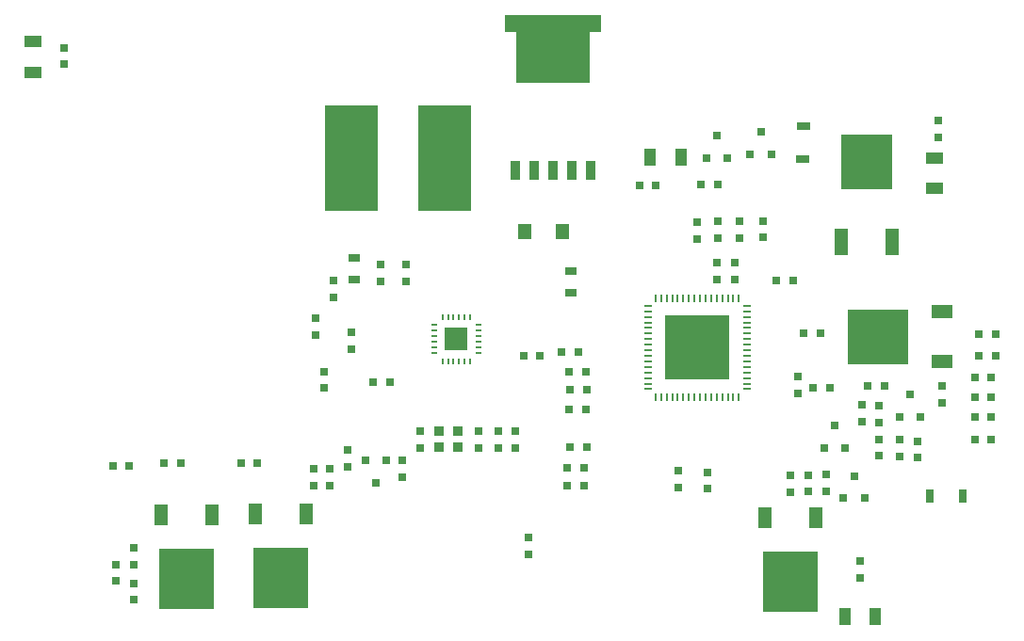
<source format=gtp>
G04 #@! TF.FileFunction,Paste,Top*
%FSLAX46Y46*%
G04 Gerber Fmt 4.6, Leading zero omitted, Abs format (unit mm)*
G04 Created by KiCad (PCBNEW 4.0.6-e0-6349~53~ubuntu16.04.1) date Sat May 20 22:39:52 2017*
%MOMM*%
%LPD*%
G01*
G04 APERTURE LIST*
%ADD10C,0.150000*%
%ADD11R,0.800608X0.719328*%
%ADD12R,0.719328X0.800608*%
%ADD13R,1.117600X0.711200*%
%ADD14R,4.800000X9.600000*%
%ADD15R,1.999488X1.999488*%
%ADD16O,0.199136X0.640080*%
%ADD17O,0.640080X0.199136*%
%ADD18R,0.200000X0.680000*%
%ADD19R,0.680000X0.200000*%
%ADD20R,5.720000X5.720000*%
%ADD21R,8.640000X1.528000*%
%ADD22R,0.856000X1.728000*%
%ADD23R,6.664000X5.592000*%
%ADD24R,0.960000X0.880000*%
%ADD25R,0.800000X0.640000*%
%ADD26R,1.200912X0.800608*%
%ADD27R,1.239520X0.800608*%
%ADD28R,1.216000X1.344000*%
%ADD29R,0.800608X1.200912*%
%ADD30R,0.800608X1.239520*%
%ADD31R,1.000000X1.600000*%
%ADD32R,1.600000X1.000000*%
%ADD33R,0.800000X0.720000*%
%ADD34R,0.720000X0.800000*%
%ADD35R,1.200000X1.840000*%
%ADD36R,4.984000X5.392000*%
%ADD37R,1.280000X2.400000*%
%ADD38R,4.640000X4.960000*%
%ADD39R,1.840000X1.200000*%
%ADD40R,5.392000X4.984000*%
%ADD41R,0.640080X0.640080*%
G04 APERTURE END LIST*
D10*
D11*
X132300000Y-99251840D03*
X132300000Y-97748160D03*
X130800000Y-99201840D03*
X130800000Y-97698160D03*
X129000000Y-99201840D03*
X129000000Y-97698160D03*
X123750000Y-99201840D03*
X123750000Y-97698160D03*
X122500000Y-82748160D03*
X122500000Y-84251840D03*
X133500000Y-107268160D03*
X133500000Y-108771840D03*
X149550000Y-101398160D03*
X149550000Y-102901840D03*
X157750000Y-92798160D03*
X157750000Y-94301840D03*
D12*
X136448160Y-90600000D03*
X137951840Y-90600000D03*
X159751840Y-88900000D03*
X158248160Y-88900000D03*
D13*
X137300000Y-85252500D03*
X137300000Y-83347500D03*
D11*
X120200000Y-82748160D03*
X120200000Y-84251840D03*
D12*
X134551840Y-90900000D03*
X133048160Y-90900000D03*
D11*
X152000000Y-82548160D03*
X152000000Y-84051840D03*
X148675000Y-78948160D03*
X148675000Y-80451840D03*
X154600000Y-80301840D03*
X154600000Y-78798160D03*
X150400000Y-82548160D03*
X150400000Y-84051840D03*
D13*
X117800000Y-82147500D03*
X117800000Y-84052500D03*
D14*
X125950000Y-73150000D03*
X117550000Y-73150000D03*
D15*
X127010000Y-89430000D03*
D16*
X125760320Y-91428980D03*
X126260700Y-91428980D03*
X126761080Y-91428980D03*
X127258920Y-91428980D03*
X127759300Y-91428980D03*
X128259680Y-91428980D03*
D17*
X129008980Y-90679680D03*
X129008980Y-90179300D03*
X129008980Y-89678920D03*
X129008980Y-89181080D03*
X129008980Y-88680700D03*
X129008980Y-88180320D03*
D16*
X128259680Y-87431020D03*
X127759300Y-87431020D03*
X127258920Y-87431020D03*
X126761080Y-87431020D03*
X126260700Y-87431020D03*
X125760320Y-87431020D03*
D17*
X125011020Y-88180320D03*
X125011020Y-88680700D03*
X125011020Y-89181080D03*
X125011020Y-89678920D03*
X125011020Y-90179300D03*
X125011020Y-90679680D03*
D18*
X151910000Y-94640000D03*
X152410000Y-94640000D03*
X148910000Y-94640000D03*
X149410000Y-94640000D03*
X150410000Y-94640000D03*
X149910000Y-94640000D03*
X151410000Y-94640000D03*
X150910000Y-94640000D03*
X146910000Y-94640000D03*
X147410000Y-94640000D03*
X148410000Y-94640000D03*
X147910000Y-94640000D03*
X145910000Y-94640000D03*
X146410000Y-94640000D03*
X145410000Y-94640000D03*
X144910000Y-94640000D03*
D19*
X144210000Y-93940000D03*
X144210000Y-93440000D03*
X144210000Y-92440000D03*
X144210000Y-92940000D03*
X144210000Y-90940000D03*
X144210000Y-90440000D03*
X144210000Y-91440000D03*
X144210000Y-91940000D03*
X144210000Y-87940000D03*
X144210000Y-87440000D03*
X144210000Y-88940000D03*
X144210000Y-88440000D03*
X144210000Y-89440000D03*
X144210000Y-89940000D03*
X144210000Y-86440000D03*
X144210000Y-86940000D03*
D18*
X144910000Y-85740000D03*
X145410000Y-85740000D03*
X146410000Y-85740000D03*
X145910000Y-85740000D03*
X147910000Y-85740000D03*
X148410000Y-85740000D03*
X147410000Y-85740000D03*
X146910000Y-85740000D03*
X150910000Y-85740000D03*
X151410000Y-85740000D03*
X149910000Y-85740000D03*
X150410000Y-85740000D03*
X149410000Y-85740000D03*
X148910000Y-85740000D03*
X152410000Y-85740000D03*
X151910000Y-85740000D03*
D19*
X153110000Y-86940000D03*
X153110000Y-86440000D03*
X153110000Y-89940000D03*
X153110000Y-89440000D03*
X153110000Y-88440000D03*
X153110000Y-88920000D03*
X153110000Y-87440000D03*
X153110000Y-87940000D03*
X153110000Y-91940000D03*
X153110000Y-91440000D03*
X153110000Y-90440000D03*
X153110000Y-90940000D03*
X153110000Y-92940000D03*
X153110000Y-92440000D03*
X153110000Y-93440000D03*
X153110000Y-93940000D03*
D20*
X148660000Y-90190000D03*
D21*
X135700000Y-61050000D03*
D22*
X137400000Y-74260000D03*
X139100000Y-74260000D03*
X135700000Y-74260000D03*
X134000000Y-74260000D03*
X132300000Y-74260000D03*
D23*
X135700000Y-63585000D03*
X135700000Y-63585000D03*
D21*
X135700000Y-61050000D03*
D24*
X127150000Y-97750000D03*
X125450000Y-97750000D03*
X127150000Y-99150000D03*
X125450000Y-99150000D03*
D25*
X150500000Y-80350000D03*
X152500000Y-80350000D03*
X150500000Y-78850000D03*
X152500000Y-78850000D03*
D26*
X158185240Y-70286960D03*
D27*
X158175080Y-73213040D03*
D28*
X133130000Y-79770000D03*
X136530000Y-79770000D03*
D29*
X169586960Y-103554760D03*
D30*
X172513040Y-103564920D03*
D31*
X144425000Y-73050000D03*
X147175000Y-73050000D03*
D32*
X88990000Y-65445000D03*
X88990000Y-62695000D03*
X170000000Y-73125000D03*
X170000000Y-75875000D03*
D31*
X161935000Y-114420000D03*
X164685000Y-114420000D03*
D11*
X117260000Y-99448160D03*
D33*
X117260000Y-100951840D03*
D11*
X97980000Y-112901840D03*
D33*
X97980000Y-111398160D03*
D11*
X158620000Y-101658160D03*
D33*
X158620000Y-103161840D03*
D11*
X168470000Y-100111840D03*
D33*
X168470000Y-98608160D03*
D12*
X173598160Y-98450000D03*
D34*
X175101840Y-98450000D03*
D12*
X173968160Y-90980000D03*
D34*
X175471840Y-90980000D03*
D35*
X159300000Y-105470000D03*
X154740000Y-105470000D03*
D36*
X157020000Y-111220000D03*
D35*
X105040000Y-105270000D03*
X100480000Y-105270000D03*
D36*
X102760000Y-111020000D03*
D35*
X113490000Y-105190000D03*
X108930000Y-105190000D03*
D36*
X111210000Y-110940000D03*
D37*
X161615000Y-80670000D03*
X166185000Y-80670000D03*
D38*
X163900000Y-73490000D03*
D39*
X170690000Y-91490000D03*
X170690000Y-86930000D03*
D40*
X164940000Y-89210000D03*
D12*
X157271840Y-84160000D03*
X155768160Y-84160000D03*
X165511840Y-93680000D03*
X164008160Y-93680000D03*
D11*
X115660000Y-102631840D03*
X115660000Y-101128160D03*
D12*
X173968160Y-88960000D03*
X175471840Y-88960000D03*
X175101840Y-92900000D03*
X173598160Y-92900000D03*
X150511840Y-75550000D03*
X149008160Y-75550000D03*
D11*
X170670000Y-95141840D03*
X170670000Y-93638160D03*
X163260000Y-110901840D03*
X163260000Y-109398160D03*
X170320000Y-71301840D03*
X170320000Y-69798160D03*
X91750000Y-64731840D03*
X91750000Y-63228160D03*
D12*
X175101840Y-96470000D03*
X173598160Y-96470000D03*
D11*
X165010000Y-96921840D03*
X165010000Y-95418160D03*
X165020000Y-99951840D03*
X165020000Y-98448160D03*
X166830000Y-98488160D03*
X166830000Y-99991840D03*
D12*
X144951840Y-75600000D03*
X143448160Y-75600000D03*
D11*
X160230000Y-101598160D03*
X160230000Y-103101840D03*
X157020000Y-103211840D03*
X157020000Y-101708160D03*
X114160000Y-101138160D03*
X114160000Y-102641840D03*
D12*
X175101840Y-94680000D03*
X173598160Y-94680000D03*
D11*
X96430000Y-111211840D03*
X96430000Y-109708160D03*
X98030000Y-109751840D03*
X98030000Y-108248160D03*
X122150000Y-101831840D03*
X122150000Y-100328160D03*
X163500000Y-96851840D03*
X163500000Y-95348160D03*
D12*
X109151840Y-100600000D03*
X107648160Y-100600000D03*
X102261840Y-100580000D03*
X100758160Y-100580000D03*
D11*
X147000000Y-101248160D03*
X147000000Y-102751840D03*
D12*
X96118160Y-100830000D03*
X97621840Y-100830000D03*
D11*
X114400000Y-87548160D03*
X114400000Y-89051840D03*
X116000000Y-85651840D03*
X116000000Y-84148160D03*
X115100000Y-92348160D03*
X115100000Y-93851840D03*
X117600000Y-90351840D03*
X117600000Y-88848160D03*
D12*
X138651840Y-95800000D03*
X137148160Y-95800000D03*
X138751840Y-94000000D03*
X137248160Y-94000000D03*
X138651840Y-92400000D03*
X137148160Y-92400000D03*
X159098160Y-93830000D03*
X160601840Y-93830000D03*
X119548160Y-93300000D03*
X121051840Y-93300000D03*
X138451840Y-102600000D03*
X136948160Y-102600000D03*
X138501840Y-101000000D03*
X136998160Y-101000000D03*
X138751840Y-99150000D03*
X137248160Y-99150000D03*
D41*
X166850000Y-96440000D03*
X168750000Y-96440000D03*
X167800000Y-94440000D03*
X153420000Y-72830000D03*
X155320000Y-72830000D03*
X154370000Y-70830000D03*
X149480000Y-73170000D03*
X151380000Y-73170000D03*
X150430000Y-71170000D03*
X120720000Y-100380000D03*
X118820000Y-100380000D03*
X119770000Y-102380000D03*
X161800000Y-103760000D03*
X163700000Y-103760000D03*
X162750000Y-101760000D03*
X160050000Y-99200000D03*
X161950000Y-99200000D03*
X161000000Y-97200000D03*
M02*

</source>
